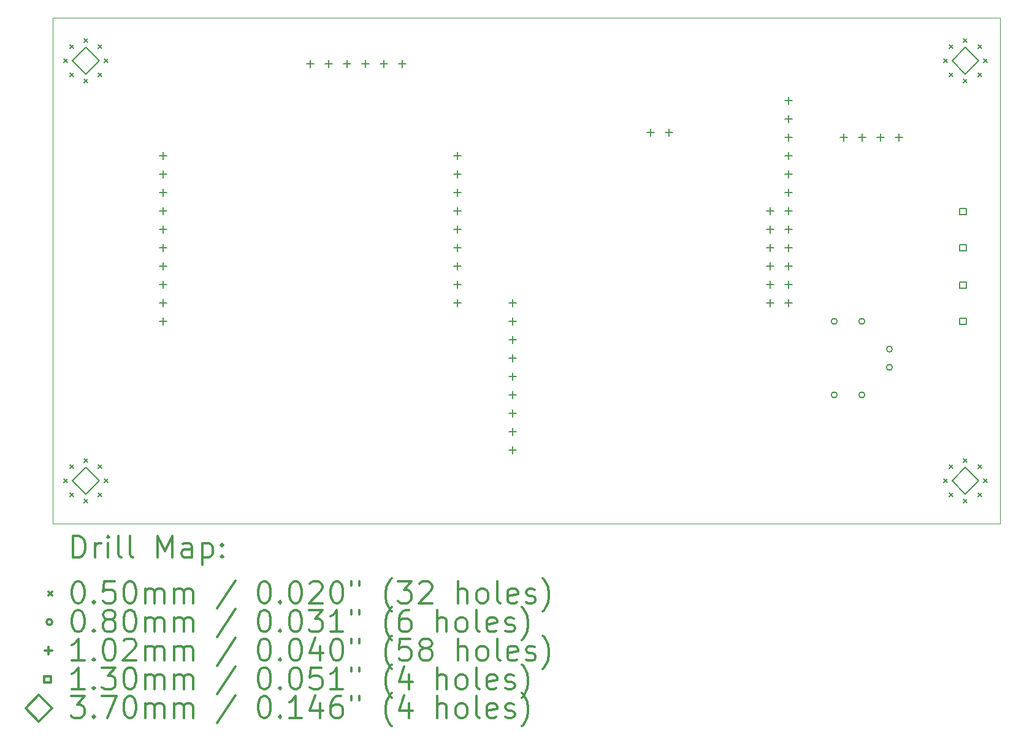
<source format=gbr>
%FSLAX45Y45*%
G04 Gerber Fmt 4.5, Leading zero omitted, Abs format (unit mm)*
G04 Created by KiCad (PCBNEW (5.1.9-0-10_14)) date 2021-04-13 16:59:38*
%MOMM*%
%LPD*%
G01*
G04 APERTURE LIST*
%TA.AperFunction,Profile*%
%ADD10C,0.050000*%
%TD*%
%ADD11C,0.200000*%
%ADD12C,0.300000*%
G04 APERTURE END LIST*
D10*
X19939000Y-13081000D02*
X19939000Y-6096000D01*
X6858000Y-13081000D02*
X19939000Y-13081000D01*
X6858000Y-6096000D02*
X19939000Y-6096000D01*
X6858000Y-13081000D02*
X6858000Y-6096000D01*
D11*
X7015240Y-6662820D02*
X7065240Y-6712820D01*
X7065240Y-6662820D02*
X7015240Y-6712820D01*
X7015240Y-12464180D02*
X7065240Y-12514180D01*
X7065240Y-12464180D02*
X7015240Y-12514180D01*
X7096518Y-6466598D02*
X7146518Y-6516598D01*
X7146518Y-6466598D02*
X7096518Y-6516598D01*
X7096518Y-6859042D02*
X7146518Y-6909042D01*
X7146518Y-6859042D02*
X7096518Y-6909042D01*
X7096518Y-12267958D02*
X7146518Y-12317958D01*
X7146518Y-12267958D02*
X7096518Y-12317958D01*
X7096518Y-12660402D02*
X7146518Y-12710402D01*
X7146518Y-12660402D02*
X7096518Y-12710402D01*
X7292740Y-6385320D02*
X7342740Y-6435320D01*
X7342740Y-6385320D02*
X7292740Y-6435320D01*
X7292740Y-6940320D02*
X7342740Y-6990320D01*
X7342740Y-6940320D02*
X7292740Y-6990320D01*
X7292740Y-12186680D02*
X7342740Y-12236680D01*
X7342740Y-12186680D02*
X7292740Y-12236680D01*
X7292740Y-12741680D02*
X7342740Y-12791680D01*
X7342740Y-12741680D02*
X7292740Y-12791680D01*
X7488962Y-6466598D02*
X7538962Y-6516598D01*
X7538962Y-6466598D02*
X7488962Y-6516598D01*
X7488962Y-6859042D02*
X7538962Y-6909042D01*
X7538962Y-6859042D02*
X7488962Y-6909042D01*
X7488962Y-12267958D02*
X7538962Y-12317958D01*
X7538962Y-12267958D02*
X7488962Y-12317958D01*
X7488962Y-12660402D02*
X7538962Y-12710402D01*
X7538962Y-12660402D02*
X7488962Y-12710402D01*
X7570240Y-6662820D02*
X7620240Y-6712820D01*
X7620240Y-6662820D02*
X7570240Y-6712820D01*
X7570240Y-12464180D02*
X7620240Y-12514180D01*
X7620240Y-12464180D02*
X7570240Y-12514180D01*
X19161520Y-6662820D02*
X19211520Y-6712820D01*
X19211520Y-6662820D02*
X19161520Y-6712820D01*
X19161520Y-12464180D02*
X19211520Y-12514180D01*
X19211520Y-12464180D02*
X19161520Y-12514180D01*
X19242798Y-6466598D02*
X19292798Y-6516598D01*
X19292798Y-6466598D02*
X19242798Y-6516598D01*
X19242798Y-6859042D02*
X19292798Y-6909042D01*
X19292798Y-6859042D02*
X19242798Y-6909042D01*
X19242798Y-12267958D02*
X19292798Y-12317958D01*
X19292798Y-12267958D02*
X19242798Y-12317958D01*
X19242798Y-12660402D02*
X19292798Y-12710402D01*
X19292798Y-12660402D02*
X19242798Y-12710402D01*
X19439020Y-6385320D02*
X19489020Y-6435320D01*
X19489020Y-6385320D02*
X19439020Y-6435320D01*
X19439020Y-6940320D02*
X19489020Y-6990320D01*
X19489020Y-6940320D02*
X19439020Y-6990320D01*
X19439020Y-12186680D02*
X19489020Y-12236680D01*
X19489020Y-12186680D02*
X19439020Y-12236680D01*
X19439020Y-12741680D02*
X19489020Y-12791680D01*
X19489020Y-12741680D02*
X19439020Y-12791680D01*
X19635242Y-6466598D02*
X19685242Y-6516598D01*
X19685242Y-6466598D02*
X19635242Y-6516598D01*
X19635242Y-6859042D02*
X19685242Y-6909042D01*
X19685242Y-6859042D02*
X19635242Y-6909042D01*
X19635242Y-12267958D02*
X19685242Y-12317958D01*
X19685242Y-12267958D02*
X19635242Y-12317958D01*
X19635242Y-12660402D02*
X19685242Y-12710402D01*
X19685242Y-12660402D02*
X19635242Y-12710402D01*
X19716520Y-6662820D02*
X19766520Y-6712820D01*
X19766520Y-6662820D02*
X19716520Y-6712820D01*
X19716520Y-12464180D02*
X19766520Y-12514180D01*
X19766520Y-12464180D02*
X19716520Y-12514180D01*
X17693000Y-10287000D02*
G75*
G03*
X17693000Y-10287000I-40000J0D01*
G01*
X17693000Y-11303000D02*
G75*
G03*
X17693000Y-11303000I-40000J0D01*
G01*
X18074000Y-10287000D02*
G75*
G03*
X18074000Y-10287000I-40000J0D01*
G01*
X18074000Y-11303000D02*
G75*
G03*
X18074000Y-11303000I-40000J0D01*
G01*
X18455000Y-10672000D02*
G75*
G03*
X18455000Y-10672000I-40000J0D01*
G01*
X18455000Y-10922000D02*
G75*
G03*
X18455000Y-10922000I-40000J0D01*
G01*
X8382000Y-7950200D02*
X8382000Y-8051800D01*
X8331200Y-8001000D02*
X8432800Y-8001000D01*
X8382000Y-8204200D02*
X8382000Y-8305800D01*
X8331200Y-8255000D02*
X8432800Y-8255000D01*
X8382000Y-8458200D02*
X8382000Y-8559800D01*
X8331200Y-8509000D02*
X8432800Y-8509000D01*
X8382000Y-8712200D02*
X8382000Y-8813800D01*
X8331200Y-8763000D02*
X8432800Y-8763000D01*
X8382000Y-8966200D02*
X8382000Y-9067800D01*
X8331200Y-9017000D02*
X8432800Y-9017000D01*
X8382000Y-9220200D02*
X8382000Y-9321800D01*
X8331200Y-9271000D02*
X8432800Y-9271000D01*
X8382000Y-9474200D02*
X8382000Y-9575800D01*
X8331200Y-9525000D02*
X8432800Y-9525000D01*
X8382000Y-9728200D02*
X8382000Y-9829800D01*
X8331200Y-9779000D02*
X8432800Y-9779000D01*
X8382000Y-9982200D02*
X8382000Y-10083800D01*
X8331200Y-10033000D02*
X8432800Y-10033000D01*
X8382000Y-10236200D02*
X8382000Y-10337800D01*
X8331200Y-10287000D02*
X8432800Y-10287000D01*
X10414000Y-6680200D02*
X10414000Y-6781800D01*
X10363200Y-6731000D02*
X10464800Y-6731000D01*
X10668000Y-6680200D02*
X10668000Y-6781800D01*
X10617200Y-6731000D02*
X10718800Y-6731000D01*
X10922000Y-6680200D02*
X10922000Y-6781800D01*
X10871200Y-6731000D02*
X10972800Y-6731000D01*
X11176000Y-6680200D02*
X11176000Y-6781800D01*
X11125200Y-6731000D02*
X11226800Y-6731000D01*
X11430000Y-6680200D02*
X11430000Y-6781800D01*
X11379200Y-6731000D02*
X11480800Y-6731000D01*
X11684000Y-6680200D02*
X11684000Y-6781800D01*
X11633200Y-6731000D02*
X11734800Y-6731000D01*
X12446000Y-7950200D02*
X12446000Y-8051800D01*
X12395200Y-8001000D02*
X12496800Y-8001000D01*
X12446000Y-8204200D02*
X12446000Y-8305800D01*
X12395200Y-8255000D02*
X12496800Y-8255000D01*
X12446000Y-8458200D02*
X12446000Y-8559800D01*
X12395200Y-8509000D02*
X12496800Y-8509000D01*
X12446000Y-8712200D02*
X12446000Y-8813800D01*
X12395200Y-8763000D02*
X12496800Y-8763000D01*
X12446000Y-8966200D02*
X12446000Y-9067800D01*
X12395200Y-9017000D02*
X12496800Y-9017000D01*
X12446000Y-9220200D02*
X12446000Y-9321800D01*
X12395200Y-9271000D02*
X12496800Y-9271000D01*
X12446000Y-9474200D02*
X12446000Y-9575800D01*
X12395200Y-9525000D02*
X12496800Y-9525000D01*
X12446000Y-9728200D02*
X12446000Y-9829800D01*
X12395200Y-9779000D02*
X12496800Y-9779000D01*
X12446000Y-9982200D02*
X12446000Y-10083800D01*
X12395200Y-10033000D02*
X12496800Y-10033000D01*
X13208000Y-9982200D02*
X13208000Y-10083800D01*
X13157200Y-10033000D02*
X13258800Y-10033000D01*
X13208000Y-10236200D02*
X13208000Y-10337800D01*
X13157200Y-10287000D02*
X13258800Y-10287000D01*
X13208000Y-10490200D02*
X13208000Y-10591800D01*
X13157200Y-10541000D02*
X13258800Y-10541000D01*
X13208000Y-10744200D02*
X13208000Y-10845800D01*
X13157200Y-10795000D02*
X13258800Y-10795000D01*
X13208000Y-10998200D02*
X13208000Y-11099800D01*
X13157200Y-11049000D02*
X13258800Y-11049000D01*
X13208000Y-11252200D02*
X13208000Y-11353800D01*
X13157200Y-11303000D02*
X13258800Y-11303000D01*
X13208000Y-11506200D02*
X13208000Y-11607800D01*
X13157200Y-11557000D02*
X13258800Y-11557000D01*
X13208000Y-11760200D02*
X13208000Y-11861800D01*
X13157200Y-11811000D02*
X13258800Y-11811000D01*
X13208000Y-12014200D02*
X13208000Y-12115800D01*
X13157200Y-12065000D02*
X13258800Y-12065000D01*
X15113000Y-7632700D02*
X15113000Y-7734300D01*
X15062200Y-7683500D02*
X15163800Y-7683500D01*
X15367000Y-7632700D02*
X15367000Y-7734300D01*
X15316200Y-7683500D02*
X15417800Y-7683500D01*
X16764000Y-8712200D02*
X16764000Y-8813800D01*
X16713200Y-8763000D02*
X16814800Y-8763000D01*
X16764000Y-8966200D02*
X16764000Y-9067800D01*
X16713200Y-9017000D02*
X16814800Y-9017000D01*
X16764000Y-9220200D02*
X16764000Y-9321800D01*
X16713200Y-9271000D02*
X16814800Y-9271000D01*
X16764000Y-9474200D02*
X16764000Y-9575800D01*
X16713200Y-9525000D02*
X16814800Y-9525000D01*
X16764000Y-9728200D02*
X16764000Y-9829800D01*
X16713200Y-9779000D02*
X16814800Y-9779000D01*
X16764000Y-9982200D02*
X16764000Y-10083800D01*
X16713200Y-10033000D02*
X16814800Y-10033000D01*
X17018000Y-7188200D02*
X17018000Y-7289800D01*
X16967200Y-7239000D02*
X17068800Y-7239000D01*
X17018000Y-7442200D02*
X17018000Y-7543800D01*
X16967200Y-7493000D02*
X17068800Y-7493000D01*
X17018000Y-7696200D02*
X17018000Y-7797800D01*
X16967200Y-7747000D02*
X17068800Y-7747000D01*
X17018000Y-7950200D02*
X17018000Y-8051800D01*
X16967200Y-8001000D02*
X17068800Y-8001000D01*
X17018000Y-8204200D02*
X17018000Y-8305800D01*
X16967200Y-8255000D02*
X17068800Y-8255000D01*
X17018000Y-8458200D02*
X17018000Y-8559800D01*
X16967200Y-8509000D02*
X17068800Y-8509000D01*
X17018000Y-8712200D02*
X17018000Y-8813800D01*
X16967200Y-8763000D02*
X17068800Y-8763000D01*
X17018000Y-8966200D02*
X17018000Y-9067800D01*
X16967200Y-9017000D02*
X17068800Y-9017000D01*
X17018000Y-9220200D02*
X17018000Y-9321800D01*
X16967200Y-9271000D02*
X17068800Y-9271000D01*
X17018000Y-9474200D02*
X17018000Y-9575800D01*
X16967200Y-9525000D02*
X17068800Y-9525000D01*
X17018000Y-9728200D02*
X17018000Y-9829800D01*
X16967200Y-9779000D02*
X17068800Y-9779000D01*
X17018000Y-9982200D02*
X17018000Y-10083800D01*
X16967200Y-10033000D02*
X17068800Y-10033000D01*
X17780000Y-7696200D02*
X17780000Y-7797800D01*
X17729200Y-7747000D02*
X17830800Y-7747000D01*
X18034000Y-7696200D02*
X18034000Y-7797800D01*
X17983200Y-7747000D02*
X18084800Y-7747000D01*
X18288000Y-7696200D02*
X18288000Y-7797800D01*
X18237200Y-7747000D02*
X18338800Y-7747000D01*
X18542000Y-7696200D02*
X18542000Y-7797800D01*
X18491200Y-7747000D02*
X18592800Y-7747000D01*
X19476962Y-8816962D02*
X19476962Y-8725038D01*
X19385038Y-8725038D01*
X19385038Y-8816962D01*
X19476962Y-8816962D01*
X19476962Y-9316962D02*
X19476962Y-9225038D01*
X19385038Y-9225038D01*
X19385038Y-9316962D01*
X19476962Y-9316962D01*
X19476962Y-9832962D02*
X19476962Y-9741038D01*
X19385038Y-9741038D01*
X19385038Y-9832962D01*
X19476962Y-9832962D01*
X19476962Y-10332962D02*
X19476962Y-10241038D01*
X19385038Y-10241038D01*
X19385038Y-10332962D01*
X19476962Y-10332962D01*
X7317740Y-6872820D02*
X7502740Y-6687820D01*
X7317740Y-6502820D01*
X7132740Y-6687820D01*
X7317740Y-6872820D01*
X7317740Y-12674180D02*
X7502740Y-12489180D01*
X7317740Y-12304180D01*
X7132740Y-12489180D01*
X7317740Y-12674180D01*
X19464020Y-6872820D02*
X19649020Y-6687820D01*
X19464020Y-6502820D01*
X19279020Y-6687820D01*
X19464020Y-6872820D01*
X19464020Y-12674180D02*
X19649020Y-12489180D01*
X19464020Y-12304180D01*
X19279020Y-12489180D01*
X19464020Y-12674180D01*
D12*
X7141928Y-13549214D02*
X7141928Y-13249214D01*
X7213357Y-13249214D01*
X7256214Y-13263500D01*
X7284786Y-13292071D01*
X7299071Y-13320643D01*
X7313357Y-13377786D01*
X7313357Y-13420643D01*
X7299071Y-13477786D01*
X7284786Y-13506357D01*
X7256214Y-13534929D01*
X7213357Y-13549214D01*
X7141928Y-13549214D01*
X7441928Y-13549214D02*
X7441928Y-13349214D01*
X7441928Y-13406357D02*
X7456214Y-13377786D01*
X7470500Y-13363500D01*
X7499071Y-13349214D01*
X7527643Y-13349214D01*
X7627643Y-13549214D02*
X7627643Y-13349214D01*
X7627643Y-13249214D02*
X7613357Y-13263500D01*
X7627643Y-13277786D01*
X7641928Y-13263500D01*
X7627643Y-13249214D01*
X7627643Y-13277786D01*
X7813357Y-13549214D02*
X7784786Y-13534929D01*
X7770500Y-13506357D01*
X7770500Y-13249214D01*
X7970500Y-13549214D02*
X7941928Y-13534929D01*
X7927643Y-13506357D01*
X7927643Y-13249214D01*
X8313357Y-13549214D02*
X8313357Y-13249214D01*
X8413357Y-13463500D01*
X8513357Y-13249214D01*
X8513357Y-13549214D01*
X8784786Y-13549214D02*
X8784786Y-13392071D01*
X8770500Y-13363500D01*
X8741928Y-13349214D01*
X8684786Y-13349214D01*
X8656214Y-13363500D01*
X8784786Y-13534929D02*
X8756214Y-13549214D01*
X8684786Y-13549214D01*
X8656214Y-13534929D01*
X8641928Y-13506357D01*
X8641928Y-13477786D01*
X8656214Y-13449214D01*
X8684786Y-13434929D01*
X8756214Y-13434929D01*
X8784786Y-13420643D01*
X8927643Y-13349214D02*
X8927643Y-13649214D01*
X8927643Y-13363500D02*
X8956214Y-13349214D01*
X9013357Y-13349214D01*
X9041928Y-13363500D01*
X9056214Y-13377786D01*
X9070500Y-13406357D01*
X9070500Y-13492071D01*
X9056214Y-13520643D01*
X9041928Y-13534929D01*
X9013357Y-13549214D01*
X8956214Y-13549214D01*
X8927643Y-13534929D01*
X9199071Y-13520643D02*
X9213357Y-13534929D01*
X9199071Y-13549214D01*
X9184786Y-13534929D01*
X9199071Y-13520643D01*
X9199071Y-13549214D01*
X9199071Y-13363500D02*
X9213357Y-13377786D01*
X9199071Y-13392071D01*
X9184786Y-13377786D01*
X9199071Y-13363500D01*
X9199071Y-13392071D01*
X6805500Y-14018500D02*
X6855500Y-14068500D01*
X6855500Y-14018500D02*
X6805500Y-14068500D01*
X7199071Y-13879214D02*
X7227643Y-13879214D01*
X7256214Y-13893500D01*
X7270500Y-13907786D01*
X7284786Y-13936357D01*
X7299071Y-13993500D01*
X7299071Y-14064929D01*
X7284786Y-14122071D01*
X7270500Y-14150643D01*
X7256214Y-14164929D01*
X7227643Y-14179214D01*
X7199071Y-14179214D01*
X7170500Y-14164929D01*
X7156214Y-14150643D01*
X7141928Y-14122071D01*
X7127643Y-14064929D01*
X7127643Y-13993500D01*
X7141928Y-13936357D01*
X7156214Y-13907786D01*
X7170500Y-13893500D01*
X7199071Y-13879214D01*
X7427643Y-14150643D02*
X7441928Y-14164929D01*
X7427643Y-14179214D01*
X7413357Y-14164929D01*
X7427643Y-14150643D01*
X7427643Y-14179214D01*
X7713357Y-13879214D02*
X7570500Y-13879214D01*
X7556214Y-14022071D01*
X7570500Y-14007786D01*
X7599071Y-13993500D01*
X7670500Y-13993500D01*
X7699071Y-14007786D01*
X7713357Y-14022071D01*
X7727643Y-14050643D01*
X7727643Y-14122071D01*
X7713357Y-14150643D01*
X7699071Y-14164929D01*
X7670500Y-14179214D01*
X7599071Y-14179214D01*
X7570500Y-14164929D01*
X7556214Y-14150643D01*
X7913357Y-13879214D02*
X7941928Y-13879214D01*
X7970500Y-13893500D01*
X7984786Y-13907786D01*
X7999071Y-13936357D01*
X8013357Y-13993500D01*
X8013357Y-14064929D01*
X7999071Y-14122071D01*
X7984786Y-14150643D01*
X7970500Y-14164929D01*
X7941928Y-14179214D01*
X7913357Y-14179214D01*
X7884786Y-14164929D01*
X7870500Y-14150643D01*
X7856214Y-14122071D01*
X7841928Y-14064929D01*
X7841928Y-13993500D01*
X7856214Y-13936357D01*
X7870500Y-13907786D01*
X7884786Y-13893500D01*
X7913357Y-13879214D01*
X8141928Y-14179214D02*
X8141928Y-13979214D01*
X8141928Y-14007786D02*
X8156214Y-13993500D01*
X8184786Y-13979214D01*
X8227643Y-13979214D01*
X8256214Y-13993500D01*
X8270500Y-14022071D01*
X8270500Y-14179214D01*
X8270500Y-14022071D02*
X8284786Y-13993500D01*
X8313357Y-13979214D01*
X8356214Y-13979214D01*
X8384786Y-13993500D01*
X8399071Y-14022071D01*
X8399071Y-14179214D01*
X8541928Y-14179214D02*
X8541928Y-13979214D01*
X8541928Y-14007786D02*
X8556214Y-13993500D01*
X8584786Y-13979214D01*
X8627643Y-13979214D01*
X8656214Y-13993500D01*
X8670500Y-14022071D01*
X8670500Y-14179214D01*
X8670500Y-14022071D02*
X8684786Y-13993500D01*
X8713357Y-13979214D01*
X8756214Y-13979214D01*
X8784786Y-13993500D01*
X8799071Y-14022071D01*
X8799071Y-14179214D01*
X9384786Y-13864929D02*
X9127643Y-14250643D01*
X9770500Y-13879214D02*
X9799071Y-13879214D01*
X9827643Y-13893500D01*
X9841928Y-13907786D01*
X9856214Y-13936357D01*
X9870500Y-13993500D01*
X9870500Y-14064929D01*
X9856214Y-14122071D01*
X9841928Y-14150643D01*
X9827643Y-14164929D01*
X9799071Y-14179214D01*
X9770500Y-14179214D01*
X9741928Y-14164929D01*
X9727643Y-14150643D01*
X9713357Y-14122071D01*
X9699071Y-14064929D01*
X9699071Y-13993500D01*
X9713357Y-13936357D01*
X9727643Y-13907786D01*
X9741928Y-13893500D01*
X9770500Y-13879214D01*
X9999071Y-14150643D02*
X10013357Y-14164929D01*
X9999071Y-14179214D01*
X9984786Y-14164929D01*
X9999071Y-14150643D01*
X9999071Y-14179214D01*
X10199071Y-13879214D02*
X10227643Y-13879214D01*
X10256214Y-13893500D01*
X10270500Y-13907786D01*
X10284786Y-13936357D01*
X10299071Y-13993500D01*
X10299071Y-14064929D01*
X10284786Y-14122071D01*
X10270500Y-14150643D01*
X10256214Y-14164929D01*
X10227643Y-14179214D01*
X10199071Y-14179214D01*
X10170500Y-14164929D01*
X10156214Y-14150643D01*
X10141928Y-14122071D01*
X10127643Y-14064929D01*
X10127643Y-13993500D01*
X10141928Y-13936357D01*
X10156214Y-13907786D01*
X10170500Y-13893500D01*
X10199071Y-13879214D01*
X10413357Y-13907786D02*
X10427643Y-13893500D01*
X10456214Y-13879214D01*
X10527643Y-13879214D01*
X10556214Y-13893500D01*
X10570500Y-13907786D01*
X10584786Y-13936357D01*
X10584786Y-13964929D01*
X10570500Y-14007786D01*
X10399071Y-14179214D01*
X10584786Y-14179214D01*
X10770500Y-13879214D02*
X10799071Y-13879214D01*
X10827643Y-13893500D01*
X10841928Y-13907786D01*
X10856214Y-13936357D01*
X10870500Y-13993500D01*
X10870500Y-14064929D01*
X10856214Y-14122071D01*
X10841928Y-14150643D01*
X10827643Y-14164929D01*
X10799071Y-14179214D01*
X10770500Y-14179214D01*
X10741928Y-14164929D01*
X10727643Y-14150643D01*
X10713357Y-14122071D01*
X10699071Y-14064929D01*
X10699071Y-13993500D01*
X10713357Y-13936357D01*
X10727643Y-13907786D01*
X10741928Y-13893500D01*
X10770500Y-13879214D01*
X10984786Y-13879214D02*
X10984786Y-13936357D01*
X11099071Y-13879214D02*
X11099071Y-13936357D01*
X11541928Y-14293500D02*
X11527643Y-14279214D01*
X11499071Y-14236357D01*
X11484786Y-14207786D01*
X11470500Y-14164929D01*
X11456214Y-14093500D01*
X11456214Y-14036357D01*
X11470500Y-13964929D01*
X11484786Y-13922071D01*
X11499071Y-13893500D01*
X11527643Y-13850643D01*
X11541928Y-13836357D01*
X11627643Y-13879214D02*
X11813357Y-13879214D01*
X11713357Y-13993500D01*
X11756214Y-13993500D01*
X11784786Y-14007786D01*
X11799071Y-14022071D01*
X11813357Y-14050643D01*
X11813357Y-14122071D01*
X11799071Y-14150643D01*
X11784786Y-14164929D01*
X11756214Y-14179214D01*
X11670500Y-14179214D01*
X11641928Y-14164929D01*
X11627643Y-14150643D01*
X11927643Y-13907786D02*
X11941928Y-13893500D01*
X11970500Y-13879214D01*
X12041928Y-13879214D01*
X12070500Y-13893500D01*
X12084786Y-13907786D01*
X12099071Y-13936357D01*
X12099071Y-13964929D01*
X12084786Y-14007786D01*
X11913357Y-14179214D01*
X12099071Y-14179214D01*
X12456214Y-14179214D02*
X12456214Y-13879214D01*
X12584786Y-14179214D02*
X12584786Y-14022071D01*
X12570500Y-13993500D01*
X12541928Y-13979214D01*
X12499071Y-13979214D01*
X12470500Y-13993500D01*
X12456214Y-14007786D01*
X12770500Y-14179214D02*
X12741928Y-14164929D01*
X12727643Y-14150643D01*
X12713357Y-14122071D01*
X12713357Y-14036357D01*
X12727643Y-14007786D01*
X12741928Y-13993500D01*
X12770500Y-13979214D01*
X12813357Y-13979214D01*
X12841928Y-13993500D01*
X12856214Y-14007786D01*
X12870500Y-14036357D01*
X12870500Y-14122071D01*
X12856214Y-14150643D01*
X12841928Y-14164929D01*
X12813357Y-14179214D01*
X12770500Y-14179214D01*
X13041928Y-14179214D02*
X13013357Y-14164929D01*
X12999071Y-14136357D01*
X12999071Y-13879214D01*
X13270500Y-14164929D02*
X13241928Y-14179214D01*
X13184786Y-14179214D01*
X13156214Y-14164929D01*
X13141928Y-14136357D01*
X13141928Y-14022071D01*
X13156214Y-13993500D01*
X13184786Y-13979214D01*
X13241928Y-13979214D01*
X13270500Y-13993500D01*
X13284786Y-14022071D01*
X13284786Y-14050643D01*
X13141928Y-14079214D01*
X13399071Y-14164929D02*
X13427643Y-14179214D01*
X13484786Y-14179214D01*
X13513357Y-14164929D01*
X13527643Y-14136357D01*
X13527643Y-14122071D01*
X13513357Y-14093500D01*
X13484786Y-14079214D01*
X13441928Y-14079214D01*
X13413357Y-14064929D01*
X13399071Y-14036357D01*
X13399071Y-14022071D01*
X13413357Y-13993500D01*
X13441928Y-13979214D01*
X13484786Y-13979214D01*
X13513357Y-13993500D01*
X13627643Y-14293500D02*
X13641928Y-14279214D01*
X13670500Y-14236357D01*
X13684786Y-14207786D01*
X13699071Y-14164929D01*
X13713357Y-14093500D01*
X13713357Y-14036357D01*
X13699071Y-13964929D01*
X13684786Y-13922071D01*
X13670500Y-13893500D01*
X13641928Y-13850643D01*
X13627643Y-13836357D01*
X6855500Y-14439500D02*
G75*
G03*
X6855500Y-14439500I-40000J0D01*
G01*
X7199071Y-14275214D02*
X7227643Y-14275214D01*
X7256214Y-14289500D01*
X7270500Y-14303786D01*
X7284786Y-14332357D01*
X7299071Y-14389500D01*
X7299071Y-14460929D01*
X7284786Y-14518071D01*
X7270500Y-14546643D01*
X7256214Y-14560929D01*
X7227643Y-14575214D01*
X7199071Y-14575214D01*
X7170500Y-14560929D01*
X7156214Y-14546643D01*
X7141928Y-14518071D01*
X7127643Y-14460929D01*
X7127643Y-14389500D01*
X7141928Y-14332357D01*
X7156214Y-14303786D01*
X7170500Y-14289500D01*
X7199071Y-14275214D01*
X7427643Y-14546643D02*
X7441928Y-14560929D01*
X7427643Y-14575214D01*
X7413357Y-14560929D01*
X7427643Y-14546643D01*
X7427643Y-14575214D01*
X7613357Y-14403786D02*
X7584786Y-14389500D01*
X7570500Y-14375214D01*
X7556214Y-14346643D01*
X7556214Y-14332357D01*
X7570500Y-14303786D01*
X7584786Y-14289500D01*
X7613357Y-14275214D01*
X7670500Y-14275214D01*
X7699071Y-14289500D01*
X7713357Y-14303786D01*
X7727643Y-14332357D01*
X7727643Y-14346643D01*
X7713357Y-14375214D01*
X7699071Y-14389500D01*
X7670500Y-14403786D01*
X7613357Y-14403786D01*
X7584786Y-14418071D01*
X7570500Y-14432357D01*
X7556214Y-14460929D01*
X7556214Y-14518071D01*
X7570500Y-14546643D01*
X7584786Y-14560929D01*
X7613357Y-14575214D01*
X7670500Y-14575214D01*
X7699071Y-14560929D01*
X7713357Y-14546643D01*
X7727643Y-14518071D01*
X7727643Y-14460929D01*
X7713357Y-14432357D01*
X7699071Y-14418071D01*
X7670500Y-14403786D01*
X7913357Y-14275214D02*
X7941928Y-14275214D01*
X7970500Y-14289500D01*
X7984786Y-14303786D01*
X7999071Y-14332357D01*
X8013357Y-14389500D01*
X8013357Y-14460929D01*
X7999071Y-14518071D01*
X7984786Y-14546643D01*
X7970500Y-14560929D01*
X7941928Y-14575214D01*
X7913357Y-14575214D01*
X7884786Y-14560929D01*
X7870500Y-14546643D01*
X7856214Y-14518071D01*
X7841928Y-14460929D01*
X7841928Y-14389500D01*
X7856214Y-14332357D01*
X7870500Y-14303786D01*
X7884786Y-14289500D01*
X7913357Y-14275214D01*
X8141928Y-14575214D02*
X8141928Y-14375214D01*
X8141928Y-14403786D02*
X8156214Y-14389500D01*
X8184786Y-14375214D01*
X8227643Y-14375214D01*
X8256214Y-14389500D01*
X8270500Y-14418071D01*
X8270500Y-14575214D01*
X8270500Y-14418071D02*
X8284786Y-14389500D01*
X8313357Y-14375214D01*
X8356214Y-14375214D01*
X8384786Y-14389500D01*
X8399071Y-14418071D01*
X8399071Y-14575214D01*
X8541928Y-14575214D02*
X8541928Y-14375214D01*
X8541928Y-14403786D02*
X8556214Y-14389500D01*
X8584786Y-14375214D01*
X8627643Y-14375214D01*
X8656214Y-14389500D01*
X8670500Y-14418071D01*
X8670500Y-14575214D01*
X8670500Y-14418071D02*
X8684786Y-14389500D01*
X8713357Y-14375214D01*
X8756214Y-14375214D01*
X8784786Y-14389500D01*
X8799071Y-14418071D01*
X8799071Y-14575214D01*
X9384786Y-14260929D02*
X9127643Y-14646643D01*
X9770500Y-14275214D02*
X9799071Y-14275214D01*
X9827643Y-14289500D01*
X9841928Y-14303786D01*
X9856214Y-14332357D01*
X9870500Y-14389500D01*
X9870500Y-14460929D01*
X9856214Y-14518071D01*
X9841928Y-14546643D01*
X9827643Y-14560929D01*
X9799071Y-14575214D01*
X9770500Y-14575214D01*
X9741928Y-14560929D01*
X9727643Y-14546643D01*
X9713357Y-14518071D01*
X9699071Y-14460929D01*
X9699071Y-14389500D01*
X9713357Y-14332357D01*
X9727643Y-14303786D01*
X9741928Y-14289500D01*
X9770500Y-14275214D01*
X9999071Y-14546643D02*
X10013357Y-14560929D01*
X9999071Y-14575214D01*
X9984786Y-14560929D01*
X9999071Y-14546643D01*
X9999071Y-14575214D01*
X10199071Y-14275214D02*
X10227643Y-14275214D01*
X10256214Y-14289500D01*
X10270500Y-14303786D01*
X10284786Y-14332357D01*
X10299071Y-14389500D01*
X10299071Y-14460929D01*
X10284786Y-14518071D01*
X10270500Y-14546643D01*
X10256214Y-14560929D01*
X10227643Y-14575214D01*
X10199071Y-14575214D01*
X10170500Y-14560929D01*
X10156214Y-14546643D01*
X10141928Y-14518071D01*
X10127643Y-14460929D01*
X10127643Y-14389500D01*
X10141928Y-14332357D01*
X10156214Y-14303786D01*
X10170500Y-14289500D01*
X10199071Y-14275214D01*
X10399071Y-14275214D02*
X10584786Y-14275214D01*
X10484786Y-14389500D01*
X10527643Y-14389500D01*
X10556214Y-14403786D01*
X10570500Y-14418071D01*
X10584786Y-14446643D01*
X10584786Y-14518071D01*
X10570500Y-14546643D01*
X10556214Y-14560929D01*
X10527643Y-14575214D01*
X10441928Y-14575214D01*
X10413357Y-14560929D01*
X10399071Y-14546643D01*
X10870500Y-14575214D02*
X10699071Y-14575214D01*
X10784786Y-14575214D02*
X10784786Y-14275214D01*
X10756214Y-14318071D01*
X10727643Y-14346643D01*
X10699071Y-14360929D01*
X10984786Y-14275214D02*
X10984786Y-14332357D01*
X11099071Y-14275214D02*
X11099071Y-14332357D01*
X11541928Y-14689500D02*
X11527643Y-14675214D01*
X11499071Y-14632357D01*
X11484786Y-14603786D01*
X11470500Y-14560929D01*
X11456214Y-14489500D01*
X11456214Y-14432357D01*
X11470500Y-14360929D01*
X11484786Y-14318071D01*
X11499071Y-14289500D01*
X11527643Y-14246643D01*
X11541928Y-14232357D01*
X11784786Y-14275214D02*
X11727643Y-14275214D01*
X11699071Y-14289500D01*
X11684786Y-14303786D01*
X11656214Y-14346643D01*
X11641928Y-14403786D01*
X11641928Y-14518071D01*
X11656214Y-14546643D01*
X11670500Y-14560929D01*
X11699071Y-14575214D01*
X11756214Y-14575214D01*
X11784786Y-14560929D01*
X11799071Y-14546643D01*
X11813357Y-14518071D01*
X11813357Y-14446643D01*
X11799071Y-14418071D01*
X11784786Y-14403786D01*
X11756214Y-14389500D01*
X11699071Y-14389500D01*
X11670500Y-14403786D01*
X11656214Y-14418071D01*
X11641928Y-14446643D01*
X12170500Y-14575214D02*
X12170500Y-14275214D01*
X12299071Y-14575214D02*
X12299071Y-14418071D01*
X12284786Y-14389500D01*
X12256214Y-14375214D01*
X12213357Y-14375214D01*
X12184786Y-14389500D01*
X12170500Y-14403786D01*
X12484786Y-14575214D02*
X12456214Y-14560929D01*
X12441928Y-14546643D01*
X12427643Y-14518071D01*
X12427643Y-14432357D01*
X12441928Y-14403786D01*
X12456214Y-14389500D01*
X12484786Y-14375214D01*
X12527643Y-14375214D01*
X12556214Y-14389500D01*
X12570500Y-14403786D01*
X12584786Y-14432357D01*
X12584786Y-14518071D01*
X12570500Y-14546643D01*
X12556214Y-14560929D01*
X12527643Y-14575214D01*
X12484786Y-14575214D01*
X12756214Y-14575214D02*
X12727643Y-14560929D01*
X12713357Y-14532357D01*
X12713357Y-14275214D01*
X12984786Y-14560929D02*
X12956214Y-14575214D01*
X12899071Y-14575214D01*
X12870500Y-14560929D01*
X12856214Y-14532357D01*
X12856214Y-14418071D01*
X12870500Y-14389500D01*
X12899071Y-14375214D01*
X12956214Y-14375214D01*
X12984786Y-14389500D01*
X12999071Y-14418071D01*
X12999071Y-14446643D01*
X12856214Y-14475214D01*
X13113357Y-14560929D02*
X13141928Y-14575214D01*
X13199071Y-14575214D01*
X13227643Y-14560929D01*
X13241928Y-14532357D01*
X13241928Y-14518071D01*
X13227643Y-14489500D01*
X13199071Y-14475214D01*
X13156214Y-14475214D01*
X13127643Y-14460929D01*
X13113357Y-14432357D01*
X13113357Y-14418071D01*
X13127643Y-14389500D01*
X13156214Y-14375214D01*
X13199071Y-14375214D01*
X13227643Y-14389500D01*
X13341928Y-14689500D02*
X13356214Y-14675214D01*
X13384786Y-14632357D01*
X13399071Y-14603786D01*
X13413357Y-14560929D01*
X13427643Y-14489500D01*
X13427643Y-14432357D01*
X13413357Y-14360929D01*
X13399071Y-14318071D01*
X13384786Y-14289500D01*
X13356214Y-14246643D01*
X13341928Y-14232357D01*
X6804700Y-14784700D02*
X6804700Y-14886300D01*
X6753900Y-14835500D02*
X6855500Y-14835500D01*
X7299071Y-14971214D02*
X7127643Y-14971214D01*
X7213357Y-14971214D02*
X7213357Y-14671214D01*
X7184786Y-14714071D01*
X7156214Y-14742643D01*
X7127643Y-14756929D01*
X7427643Y-14942643D02*
X7441928Y-14956929D01*
X7427643Y-14971214D01*
X7413357Y-14956929D01*
X7427643Y-14942643D01*
X7427643Y-14971214D01*
X7627643Y-14671214D02*
X7656214Y-14671214D01*
X7684786Y-14685500D01*
X7699071Y-14699786D01*
X7713357Y-14728357D01*
X7727643Y-14785500D01*
X7727643Y-14856929D01*
X7713357Y-14914071D01*
X7699071Y-14942643D01*
X7684786Y-14956929D01*
X7656214Y-14971214D01*
X7627643Y-14971214D01*
X7599071Y-14956929D01*
X7584786Y-14942643D01*
X7570500Y-14914071D01*
X7556214Y-14856929D01*
X7556214Y-14785500D01*
X7570500Y-14728357D01*
X7584786Y-14699786D01*
X7599071Y-14685500D01*
X7627643Y-14671214D01*
X7841928Y-14699786D02*
X7856214Y-14685500D01*
X7884786Y-14671214D01*
X7956214Y-14671214D01*
X7984786Y-14685500D01*
X7999071Y-14699786D01*
X8013357Y-14728357D01*
X8013357Y-14756929D01*
X7999071Y-14799786D01*
X7827643Y-14971214D01*
X8013357Y-14971214D01*
X8141928Y-14971214D02*
X8141928Y-14771214D01*
X8141928Y-14799786D02*
X8156214Y-14785500D01*
X8184786Y-14771214D01*
X8227643Y-14771214D01*
X8256214Y-14785500D01*
X8270500Y-14814071D01*
X8270500Y-14971214D01*
X8270500Y-14814071D02*
X8284786Y-14785500D01*
X8313357Y-14771214D01*
X8356214Y-14771214D01*
X8384786Y-14785500D01*
X8399071Y-14814071D01*
X8399071Y-14971214D01*
X8541928Y-14971214D02*
X8541928Y-14771214D01*
X8541928Y-14799786D02*
X8556214Y-14785500D01*
X8584786Y-14771214D01*
X8627643Y-14771214D01*
X8656214Y-14785500D01*
X8670500Y-14814071D01*
X8670500Y-14971214D01*
X8670500Y-14814071D02*
X8684786Y-14785500D01*
X8713357Y-14771214D01*
X8756214Y-14771214D01*
X8784786Y-14785500D01*
X8799071Y-14814071D01*
X8799071Y-14971214D01*
X9384786Y-14656929D02*
X9127643Y-15042643D01*
X9770500Y-14671214D02*
X9799071Y-14671214D01*
X9827643Y-14685500D01*
X9841928Y-14699786D01*
X9856214Y-14728357D01*
X9870500Y-14785500D01*
X9870500Y-14856929D01*
X9856214Y-14914071D01*
X9841928Y-14942643D01*
X9827643Y-14956929D01*
X9799071Y-14971214D01*
X9770500Y-14971214D01*
X9741928Y-14956929D01*
X9727643Y-14942643D01*
X9713357Y-14914071D01*
X9699071Y-14856929D01*
X9699071Y-14785500D01*
X9713357Y-14728357D01*
X9727643Y-14699786D01*
X9741928Y-14685500D01*
X9770500Y-14671214D01*
X9999071Y-14942643D02*
X10013357Y-14956929D01*
X9999071Y-14971214D01*
X9984786Y-14956929D01*
X9999071Y-14942643D01*
X9999071Y-14971214D01*
X10199071Y-14671214D02*
X10227643Y-14671214D01*
X10256214Y-14685500D01*
X10270500Y-14699786D01*
X10284786Y-14728357D01*
X10299071Y-14785500D01*
X10299071Y-14856929D01*
X10284786Y-14914071D01*
X10270500Y-14942643D01*
X10256214Y-14956929D01*
X10227643Y-14971214D01*
X10199071Y-14971214D01*
X10170500Y-14956929D01*
X10156214Y-14942643D01*
X10141928Y-14914071D01*
X10127643Y-14856929D01*
X10127643Y-14785500D01*
X10141928Y-14728357D01*
X10156214Y-14699786D01*
X10170500Y-14685500D01*
X10199071Y-14671214D01*
X10556214Y-14771214D02*
X10556214Y-14971214D01*
X10484786Y-14656929D02*
X10413357Y-14871214D01*
X10599071Y-14871214D01*
X10770500Y-14671214D02*
X10799071Y-14671214D01*
X10827643Y-14685500D01*
X10841928Y-14699786D01*
X10856214Y-14728357D01*
X10870500Y-14785500D01*
X10870500Y-14856929D01*
X10856214Y-14914071D01*
X10841928Y-14942643D01*
X10827643Y-14956929D01*
X10799071Y-14971214D01*
X10770500Y-14971214D01*
X10741928Y-14956929D01*
X10727643Y-14942643D01*
X10713357Y-14914071D01*
X10699071Y-14856929D01*
X10699071Y-14785500D01*
X10713357Y-14728357D01*
X10727643Y-14699786D01*
X10741928Y-14685500D01*
X10770500Y-14671214D01*
X10984786Y-14671214D02*
X10984786Y-14728357D01*
X11099071Y-14671214D02*
X11099071Y-14728357D01*
X11541928Y-15085500D02*
X11527643Y-15071214D01*
X11499071Y-15028357D01*
X11484786Y-14999786D01*
X11470500Y-14956929D01*
X11456214Y-14885500D01*
X11456214Y-14828357D01*
X11470500Y-14756929D01*
X11484786Y-14714071D01*
X11499071Y-14685500D01*
X11527643Y-14642643D01*
X11541928Y-14628357D01*
X11799071Y-14671214D02*
X11656214Y-14671214D01*
X11641928Y-14814071D01*
X11656214Y-14799786D01*
X11684786Y-14785500D01*
X11756214Y-14785500D01*
X11784786Y-14799786D01*
X11799071Y-14814071D01*
X11813357Y-14842643D01*
X11813357Y-14914071D01*
X11799071Y-14942643D01*
X11784786Y-14956929D01*
X11756214Y-14971214D01*
X11684786Y-14971214D01*
X11656214Y-14956929D01*
X11641928Y-14942643D01*
X11984786Y-14799786D02*
X11956214Y-14785500D01*
X11941928Y-14771214D01*
X11927643Y-14742643D01*
X11927643Y-14728357D01*
X11941928Y-14699786D01*
X11956214Y-14685500D01*
X11984786Y-14671214D01*
X12041928Y-14671214D01*
X12070500Y-14685500D01*
X12084786Y-14699786D01*
X12099071Y-14728357D01*
X12099071Y-14742643D01*
X12084786Y-14771214D01*
X12070500Y-14785500D01*
X12041928Y-14799786D01*
X11984786Y-14799786D01*
X11956214Y-14814071D01*
X11941928Y-14828357D01*
X11927643Y-14856929D01*
X11927643Y-14914071D01*
X11941928Y-14942643D01*
X11956214Y-14956929D01*
X11984786Y-14971214D01*
X12041928Y-14971214D01*
X12070500Y-14956929D01*
X12084786Y-14942643D01*
X12099071Y-14914071D01*
X12099071Y-14856929D01*
X12084786Y-14828357D01*
X12070500Y-14814071D01*
X12041928Y-14799786D01*
X12456214Y-14971214D02*
X12456214Y-14671214D01*
X12584786Y-14971214D02*
X12584786Y-14814071D01*
X12570500Y-14785500D01*
X12541928Y-14771214D01*
X12499071Y-14771214D01*
X12470500Y-14785500D01*
X12456214Y-14799786D01*
X12770500Y-14971214D02*
X12741928Y-14956929D01*
X12727643Y-14942643D01*
X12713357Y-14914071D01*
X12713357Y-14828357D01*
X12727643Y-14799786D01*
X12741928Y-14785500D01*
X12770500Y-14771214D01*
X12813357Y-14771214D01*
X12841928Y-14785500D01*
X12856214Y-14799786D01*
X12870500Y-14828357D01*
X12870500Y-14914071D01*
X12856214Y-14942643D01*
X12841928Y-14956929D01*
X12813357Y-14971214D01*
X12770500Y-14971214D01*
X13041928Y-14971214D02*
X13013357Y-14956929D01*
X12999071Y-14928357D01*
X12999071Y-14671214D01*
X13270500Y-14956929D02*
X13241928Y-14971214D01*
X13184786Y-14971214D01*
X13156214Y-14956929D01*
X13141928Y-14928357D01*
X13141928Y-14814071D01*
X13156214Y-14785500D01*
X13184786Y-14771214D01*
X13241928Y-14771214D01*
X13270500Y-14785500D01*
X13284786Y-14814071D01*
X13284786Y-14842643D01*
X13141928Y-14871214D01*
X13399071Y-14956929D02*
X13427643Y-14971214D01*
X13484786Y-14971214D01*
X13513357Y-14956929D01*
X13527643Y-14928357D01*
X13527643Y-14914071D01*
X13513357Y-14885500D01*
X13484786Y-14871214D01*
X13441928Y-14871214D01*
X13413357Y-14856929D01*
X13399071Y-14828357D01*
X13399071Y-14814071D01*
X13413357Y-14785500D01*
X13441928Y-14771214D01*
X13484786Y-14771214D01*
X13513357Y-14785500D01*
X13627643Y-15085500D02*
X13641928Y-15071214D01*
X13670500Y-15028357D01*
X13684786Y-14999786D01*
X13699071Y-14956929D01*
X13713357Y-14885500D01*
X13713357Y-14828357D01*
X13699071Y-14756929D01*
X13684786Y-14714071D01*
X13670500Y-14685500D01*
X13641928Y-14642643D01*
X13627643Y-14628357D01*
X6836462Y-15277462D02*
X6836462Y-15185538D01*
X6744537Y-15185538D01*
X6744537Y-15277462D01*
X6836462Y-15277462D01*
X7299071Y-15367214D02*
X7127643Y-15367214D01*
X7213357Y-15367214D02*
X7213357Y-15067214D01*
X7184786Y-15110071D01*
X7156214Y-15138643D01*
X7127643Y-15152929D01*
X7427643Y-15338643D02*
X7441928Y-15352929D01*
X7427643Y-15367214D01*
X7413357Y-15352929D01*
X7427643Y-15338643D01*
X7427643Y-15367214D01*
X7541928Y-15067214D02*
X7727643Y-15067214D01*
X7627643Y-15181500D01*
X7670500Y-15181500D01*
X7699071Y-15195786D01*
X7713357Y-15210071D01*
X7727643Y-15238643D01*
X7727643Y-15310071D01*
X7713357Y-15338643D01*
X7699071Y-15352929D01*
X7670500Y-15367214D01*
X7584786Y-15367214D01*
X7556214Y-15352929D01*
X7541928Y-15338643D01*
X7913357Y-15067214D02*
X7941928Y-15067214D01*
X7970500Y-15081500D01*
X7984786Y-15095786D01*
X7999071Y-15124357D01*
X8013357Y-15181500D01*
X8013357Y-15252929D01*
X7999071Y-15310071D01*
X7984786Y-15338643D01*
X7970500Y-15352929D01*
X7941928Y-15367214D01*
X7913357Y-15367214D01*
X7884786Y-15352929D01*
X7870500Y-15338643D01*
X7856214Y-15310071D01*
X7841928Y-15252929D01*
X7841928Y-15181500D01*
X7856214Y-15124357D01*
X7870500Y-15095786D01*
X7884786Y-15081500D01*
X7913357Y-15067214D01*
X8141928Y-15367214D02*
X8141928Y-15167214D01*
X8141928Y-15195786D02*
X8156214Y-15181500D01*
X8184786Y-15167214D01*
X8227643Y-15167214D01*
X8256214Y-15181500D01*
X8270500Y-15210071D01*
X8270500Y-15367214D01*
X8270500Y-15210071D02*
X8284786Y-15181500D01*
X8313357Y-15167214D01*
X8356214Y-15167214D01*
X8384786Y-15181500D01*
X8399071Y-15210071D01*
X8399071Y-15367214D01*
X8541928Y-15367214D02*
X8541928Y-15167214D01*
X8541928Y-15195786D02*
X8556214Y-15181500D01*
X8584786Y-15167214D01*
X8627643Y-15167214D01*
X8656214Y-15181500D01*
X8670500Y-15210071D01*
X8670500Y-15367214D01*
X8670500Y-15210071D02*
X8684786Y-15181500D01*
X8713357Y-15167214D01*
X8756214Y-15167214D01*
X8784786Y-15181500D01*
X8799071Y-15210071D01*
X8799071Y-15367214D01*
X9384786Y-15052929D02*
X9127643Y-15438643D01*
X9770500Y-15067214D02*
X9799071Y-15067214D01*
X9827643Y-15081500D01*
X9841928Y-15095786D01*
X9856214Y-15124357D01*
X9870500Y-15181500D01*
X9870500Y-15252929D01*
X9856214Y-15310071D01*
X9841928Y-15338643D01*
X9827643Y-15352929D01*
X9799071Y-15367214D01*
X9770500Y-15367214D01*
X9741928Y-15352929D01*
X9727643Y-15338643D01*
X9713357Y-15310071D01*
X9699071Y-15252929D01*
X9699071Y-15181500D01*
X9713357Y-15124357D01*
X9727643Y-15095786D01*
X9741928Y-15081500D01*
X9770500Y-15067214D01*
X9999071Y-15338643D02*
X10013357Y-15352929D01*
X9999071Y-15367214D01*
X9984786Y-15352929D01*
X9999071Y-15338643D01*
X9999071Y-15367214D01*
X10199071Y-15067214D02*
X10227643Y-15067214D01*
X10256214Y-15081500D01*
X10270500Y-15095786D01*
X10284786Y-15124357D01*
X10299071Y-15181500D01*
X10299071Y-15252929D01*
X10284786Y-15310071D01*
X10270500Y-15338643D01*
X10256214Y-15352929D01*
X10227643Y-15367214D01*
X10199071Y-15367214D01*
X10170500Y-15352929D01*
X10156214Y-15338643D01*
X10141928Y-15310071D01*
X10127643Y-15252929D01*
X10127643Y-15181500D01*
X10141928Y-15124357D01*
X10156214Y-15095786D01*
X10170500Y-15081500D01*
X10199071Y-15067214D01*
X10570500Y-15067214D02*
X10427643Y-15067214D01*
X10413357Y-15210071D01*
X10427643Y-15195786D01*
X10456214Y-15181500D01*
X10527643Y-15181500D01*
X10556214Y-15195786D01*
X10570500Y-15210071D01*
X10584786Y-15238643D01*
X10584786Y-15310071D01*
X10570500Y-15338643D01*
X10556214Y-15352929D01*
X10527643Y-15367214D01*
X10456214Y-15367214D01*
X10427643Y-15352929D01*
X10413357Y-15338643D01*
X10870500Y-15367214D02*
X10699071Y-15367214D01*
X10784786Y-15367214D02*
X10784786Y-15067214D01*
X10756214Y-15110071D01*
X10727643Y-15138643D01*
X10699071Y-15152929D01*
X10984786Y-15067214D02*
X10984786Y-15124357D01*
X11099071Y-15067214D02*
X11099071Y-15124357D01*
X11541928Y-15481500D02*
X11527643Y-15467214D01*
X11499071Y-15424357D01*
X11484786Y-15395786D01*
X11470500Y-15352929D01*
X11456214Y-15281500D01*
X11456214Y-15224357D01*
X11470500Y-15152929D01*
X11484786Y-15110071D01*
X11499071Y-15081500D01*
X11527643Y-15038643D01*
X11541928Y-15024357D01*
X11784786Y-15167214D02*
X11784786Y-15367214D01*
X11713357Y-15052929D02*
X11641928Y-15267214D01*
X11827643Y-15267214D01*
X12170500Y-15367214D02*
X12170500Y-15067214D01*
X12299071Y-15367214D02*
X12299071Y-15210071D01*
X12284786Y-15181500D01*
X12256214Y-15167214D01*
X12213357Y-15167214D01*
X12184786Y-15181500D01*
X12170500Y-15195786D01*
X12484786Y-15367214D02*
X12456214Y-15352929D01*
X12441928Y-15338643D01*
X12427643Y-15310071D01*
X12427643Y-15224357D01*
X12441928Y-15195786D01*
X12456214Y-15181500D01*
X12484786Y-15167214D01*
X12527643Y-15167214D01*
X12556214Y-15181500D01*
X12570500Y-15195786D01*
X12584786Y-15224357D01*
X12584786Y-15310071D01*
X12570500Y-15338643D01*
X12556214Y-15352929D01*
X12527643Y-15367214D01*
X12484786Y-15367214D01*
X12756214Y-15367214D02*
X12727643Y-15352929D01*
X12713357Y-15324357D01*
X12713357Y-15067214D01*
X12984786Y-15352929D02*
X12956214Y-15367214D01*
X12899071Y-15367214D01*
X12870500Y-15352929D01*
X12856214Y-15324357D01*
X12856214Y-15210071D01*
X12870500Y-15181500D01*
X12899071Y-15167214D01*
X12956214Y-15167214D01*
X12984786Y-15181500D01*
X12999071Y-15210071D01*
X12999071Y-15238643D01*
X12856214Y-15267214D01*
X13113357Y-15352929D02*
X13141928Y-15367214D01*
X13199071Y-15367214D01*
X13227643Y-15352929D01*
X13241928Y-15324357D01*
X13241928Y-15310071D01*
X13227643Y-15281500D01*
X13199071Y-15267214D01*
X13156214Y-15267214D01*
X13127643Y-15252929D01*
X13113357Y-15224357D01*
X13113357Y-15210071D01*
X13127643Y-15181500D01*
X13156214Y-15167214D01*
X13199071Y-15167214D01*
X13227643Y-15181500D01*
X13341928Y-15481500D02*
X13356214Y-15467214D01*
X13384786Y-15424357D01*
X13399071Y-15395786D01*
X13413357Y-15352929D01*
X13427643Y-15281500D01*
X13427643Y-15224357D01*
X13413357Y-15152929D01*
X13399071Y-15110071D01*
X13384786Y-15081500D01*
X13356214Y-15038643D01*
X13341928Y-15024357D01*
X6670500Y-15812500D02*
X6855500Y-15627500D01*
X6670500Y-15442500D01*
X6485500Y-15627500D01*
X6670500Y-15812500D01*
X7113357Y-15463214D02*
X7299071Y-15463214D01*
X7199071Y-15577500D01*
X7241928Y-15577500D01*
X7270500Y-15591786D01*
X7284786Y-15606071D01*
X7299071Y-15634643D01*
X7299071Y-15706071D01*
X7284786Y-15734643D01*
X7270500Y-15748929D01*
X7241928Y-15763214D01*
X7156214Y-15763214D01*
X7127643Y-15748929D01*
X7113357Y-15734643D01*
X7427643Y-15734643D02*
X7441928Y-15748929D01*
X7427643Y-15763214D01*
X7413357Y-15748929D01*
X7427643Y-15734643D01*
X7427643Y-15763214D01*
X7541928Y-15463214D02*
X7741928Y-15463214D01*
X7613357Y-15763214D01*
X7913357Y-15463214D02*
X7941928Y-15463214D01*
X7970500Y-15477500D01*
X7984786Y-15491786D01*
X7999071Y-15520357D01*
X8013357Y-15577500D01*
X8013357Y-15648929D01*
X7999071Y-15706071D01*
X7984786Y-15734643D01*
X7970500Y-15748929D01*
X7941928Y-15763214D01*
X7913357Y-15763214D01*
X7884786Y-15748929D01*
X7870500Y-15734643D01*
X7856214Y-15706071D01*
X7841928Y-15648929D01*
X7841928Y-15577500D01*
X7856214Y-15520357D01*
X7870500Y-15491786D01*
X7884786Y-15477500D01*
X7913357Y-15463214D01*
X8141928Y-15763214D02*
X8141928Y-15563214D01*
X8141928Y-15591786D02*
X8156214Y-15577500D01*
X8184786Y-15563214D01*
X8227643Y-15563214D01*
X8256214Y-15577500D01*
X8270500Y-15606071D01*
X8270500Y-15763214D01*
X8270500Y-15606071D02*
X8284786Y-15577500D01*
X8313357Y-15563214D01*
X8356214Y-15563214D01*
X8384786Y-15577500D01*
X8399071Y-15606071D01*
X8399071Y-15763214D01*
X8541928Y-15763214D02*
X8541928Y-15563214D01*
X8541928Y-15591786D02*
X8556214Y-15577500D01*
X8584786Y-15563214D01*
X8627643Y-15563214D01*
X8656214Y-15577500D01*
X8670500Y-15606071D01*
X8670500Y-15763214D01*
X8670500Y-15606071D02*
X8684786Y-15577500D01*
X8713357Y-15563214D01*
X8756214Y-15563214D01*
X8784786Y-15577500D01*
X8799071Y-15606071D01*
X8799071Y-15763214D01*
X9384786Y-15448929D02*
X9127643Y-15834643D01*
X9770500Y-15463214D02*
X9799071Y-15463214D01*
X9827643Y-15477500D01*
X9841928Y-15491786D01*
X9856214Y-15520357D01*
X9870500Y-15577500D01*
X9870500Y-15648929D01*
X9856214Y-15706071D01*
X9841928Y-15734643D01*
X9827643Y-15748929D01*
X9799071Y-15763214D01*
X9770500Y-15763214D01*
X9741928Y-15748929D01*
X9727643Y-15734643D01*
X9713357Y-15706071D01*
X9699071Y-15648929D01*
X9699071Y-15577500D01*
X9713357Y-15520357D01*
X9727643Y-15491786D01*
X9741928Y-15477500D01*
X9770500Y-15463214D01*
X9999071Y-15734643D02*
X10013357Y-15748929D01*
X9999071Y-15763214D01*
X9984786Y-15748929D01*
X9999071Y-15734643D01*
X9999071Y-15763214D01*
X10299071Y-15763214D02*
X10127643Y-15763214D01*
X10213357Y-15763214D02*
X10213357Y-15463214D01*
X10184786Y-15506071D01*
X10156214Y-15534643D01*
X10127643Y-15548929D01*
X10556214Y-15563214D02*
X10556214Y-15763214D01*
X10484786Y-15448929D02*
X10413357Y-15663214D01*
X10599071Y-15663214D01*
X10841928Y-15463214D02*
X10784786Y-15463214D01*
X10756214Y-15477500D01*
X10741928Y-15491786D01*
X10713357Y-15534643D01*
X10699071Y-15591786D01*
X10699071Y-15706071D01*
X10713357Y-15734643D01*
X10727643Y-15748929D01*
X10756214Y-15763214D01*
X10813357Y-15763214D01*
X10841928Y-15748929D01*
X10856214Y-15734643D01*
X10870500Y-15706071D01*
X10870500Y-15634643D01*
X10856214Y-15606071D01*
X10841928Y-15591786D01*
X10813357Y-15577500D01*
X10756214Y-15577500D01*
X10727643Y-15591786D01*
X10713357Y-15606071D01*
X10699071Y-15634643D01*
X10984786Y-15463214D02*
X10984786Y-15520357D01*
X11099071Y-15463214D02*
X11099071Y-15520357D01*
X11541928Y-15877500D02*
X11527643Y-15863214D01*
X11499071Y-15820357D01*
X11484786Y-15791786D01*
X11470500Y-15748929D01*
X11456214Y-15677500D01*
X11456214Y-15620357D01*
X11470500Y-15548929D01*
X11484786Y-15506071D01*
X11499071Y-15477500D01*
X11527643Y-15434643D01*
X11541928Y-15420357D01*
X11784786Y-15563214D02*
X11784786Y-15763214D01*
X11713357Y-15448929D02*
X11641928Y-15663214D01*
X11827643Y-15663214D01*
X12170500Y-15763214D02*
X12170500Y-15463214D01*
X12299071Y-15763214D02*
X12299071Y-15606071D01*
X12284786Y-15577500D01*
X12256214Y-15563214D01*
X12213357Y-15563214D01*
X12184786Y-15577500D01*
X12170500Y-15591786D01*
X12484786Y-15763214D02*
X12456214Y-15748929D01*
X12441928Y-15734643D01*
X12427643Y-15706071D01*
X12427643Y-15620357D01*
X12441928Y-15591786D01*
X12456214Y-15577500D01*
X12484786Y-15563214D01*
X12527643Y-15563214D01*
X12556214Y-15577500D01*
X12570500Y-15591786D01*
X12584786Y-15620357D01*
X12584786Y-15706071D01*
X12570500Y-15734643D01*
X12556214Y-15748929D01*
X12527643Y-15763214D01*
X12484786Y-15763214D01*
X12756214Y-15763214D02*
X12727643Y-15748929D01*
X12713357Y-15720357D01*
X12713357Y-15463214D01*
X12984786Y-15748929D02*
X12956214Y-15763214D01*
X12899071Y-15763214D01*
X12870500Y-15748929D01*
X12856214Y-15720357D01*
X12856214Y-15606071D01*
X12870500Y-15577500D01*
X12899071Y-15563214D01*
X12956214Y-15563214D01*
X12984786Y-15577500D01*
X12999071Y-15606071D01*
X12999071Y-15634643D01*
X12856214Y-15663214D01*
X13113357Y-15748929D02*
X13141928Y-15763214D01*
X13199071Y-15763214D01*
X13227643Y-15748929D01*
X13241928Y-15720357D01*
X13241928Y-15706071D01*
X13227643Y-15677500D01*
X13199071Y-15663214D01*
X13156214Y-15663214D01*
X13127643Y-15648929D01*
X13113357Y-15620357D01*
X13113357Y-15606071D01*
X13127643Y-15577500D01*
X13156214Y-15563214D01*
X13199071Y-15563214D01*
X13227643Y-15577500D01*
X13341928Y-15877500D02*
X13356214Y-15863214D01*
X13384786Y-15820357D01*
X13399071Y-15791786D01*
X13413357Y-15748929D01*
X13427643Y-15677500D01*
X13427643Y-15620357D01*
X13413357Y-15548929D01*
X13399071Y-15506071D01*
X13384786Y-15477500D01*
X13356214Y-15434643D01*
X13341928Y-15420357D01*
M02*

</source>
